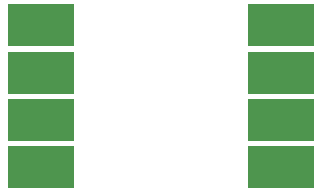
<source format=gbs>
%TF.GenerationSoftware,KiCad,Pcbnew,(5.1.6)-1*%
%TF.CreationDate,2020-05-29T23:07:58+02:00*%
%TF.ProjectId,HottTankuhr,486f7474-5461-46e6-9b75-68722e6b6963,rev?*%
%TF.SameCoordinates,Original*%
%TF.FileFunction,Soldermask,Bot*%
%TF.FilePolarity,Negative*%
%FSLAX46Y46*%
G04 Gerber Fmt 4.6, Leading zero omitted, Abs format (unit mm)*
G04 Created by KiCad (PCBNEW (5.1.6)-1) date 2020-05-29 23:07:58*
%MOMM*%
%LPD*%
G01*
G04 APERTURE LIST*
%ADD10R,5.600000X3.600000*%
G04 APERTURE END LIST*
D10*
X160020000Y-82900000D03*
X160020000Y-86900000D03*
X160020000Y-94900000D03*
X160020000Y-90900000D03*
X139700000Y-82900000D03*
X139700000Y-86900000D03*
X139700000Y-94900000D03*
X139700000Y-90900000D03*
M02*

</source>
